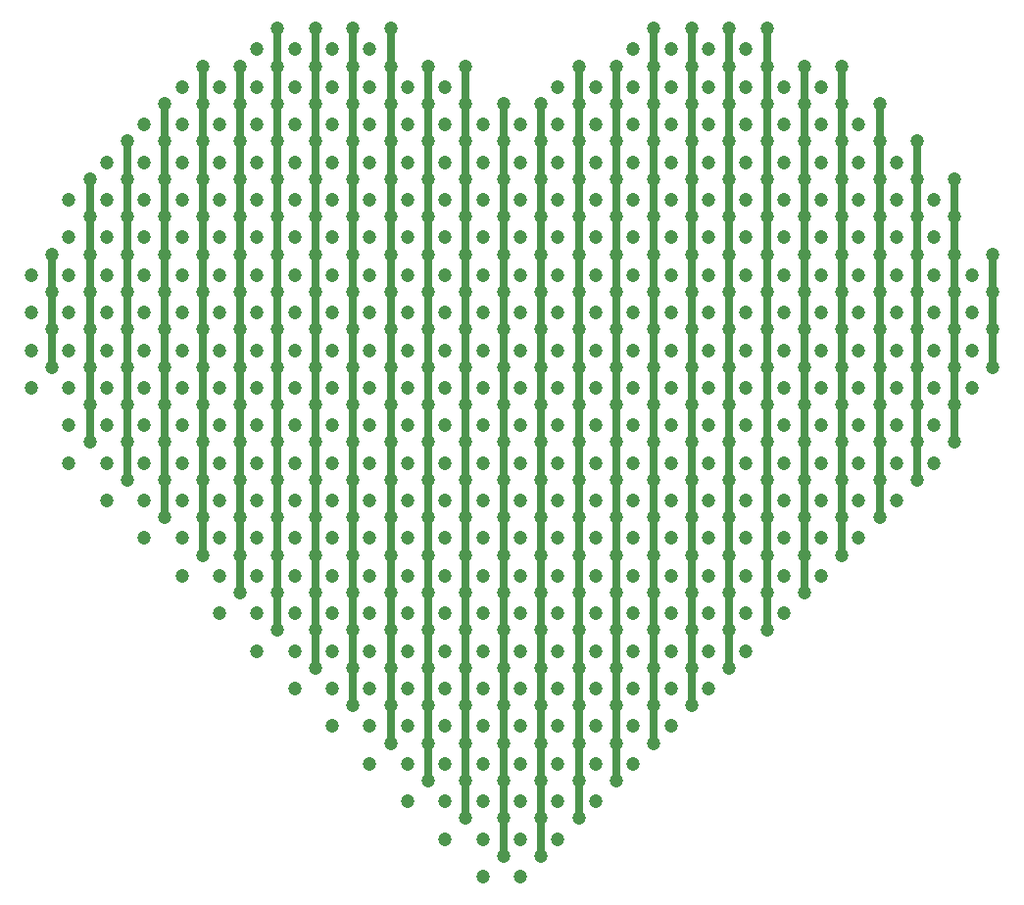
<source format=gtl>
G04 Layer_Physical_Order=1*
G04 Layer_Color=255*
%FSLAX44Y44*%
%MOMM*%
G71*
G01*
G75*
%ADD10C,0.7000*%
%ADD11C,1.2000*%
D10*
X2121480Y1471480D02*
Y1503980D01*
Y1536480D01*
Y1568980D01*
X2153980Y1503980D02*
Y1536480D01*
Y1568980D01*
Y1601480D01*
Y1633980D01*
X2186480Y1568980D02*
Y1601480D01*
Y1666480D01*
X2218980D02*
Y1698980D01*
Y1666480D02*
Y1633980D01*
Y1601480D01*
Y1568980D01*
Y1536480D01*
Y1503980D01*
Y1471480D01*
Y1438980D01*
Y1406480D01*
Y1373980D01*
Y1341480D01*
X2283980Y1276480D02*
Y1308980D01*
Y1341480D01*
Y1373980D01*
Y1406480D01*
Y1438980D01*
Y1471480D01*
Y1503980D01*
Y1536480D01*
Y1568980D01*
Y1601480D01*
Y1633980D01*
Y1666480D01*
Y1698980D01*
Y1731480D01*
X2251480D02*
Y1698980D01*
Y1666480D01*
Y1601480D01*
Y1568980D01*
Y1536480D01*
Y1503980D01*
Y1471480D01*
Y1438980D01*
Y1406480D01*
Y1373980D01*
Y1341480D01*
Y1308980D01*
X2316480Y1276480D02*
Y1308980D01*
Y1341480D01*
Y1373980D01*
Y1406480D01*
Y1438980D01*
Y1471480D01*
Y1503980D01*
Y1536480D01*
Y1568980D01*
Y1601480D01*
Y1633980D01*
Y1666480D01*
Y1698980D01*
Y1731480D01*
Y1763980D01*
X2348980D02*
Y1731480D01*
Y1698980D01*
Y1666480D01*
Y1601480D01*
Y1568980D01*
Y1536480D01*
Y1503980D01*
Y1471480D01*
Y1438980D01*
Y1406480D01*
Y1373980D01*
Y1341480D01*
Y1308980D01*
Y1276480D01*
Y1211480D01*
X2381480Y1178980D02*
Y1211480D01*
Y1243980D01*
Y1276480D01*
Y1308980D01*
Y1341480D01*
Y1373980D01*
Y1406480D01*
Y1438980D01*
Y1471480D01*
Y1503980D01*
Y1536480D01*
Y1568980D01*
Y1601480D01*
Y1633980D01*
Y1666480D01*
Y1698980D01*
Y1731480D01*
Y1763980D01*
X2413980D02*
Y1731480D01*
Y1698980D01*
Y1666480D01*
Y1633980D01*
Y1601480D01*
Y1568980D01*
Y1536480D01*
Y1503980D01*
Y1471480D01*
Y1438980D01*
Y1406480D01*
Y1373980D01*
Y1341480D01*
Y1308980D01*
Y1276480D01*
Y1211480D01*
Y1178980D01*
Y1146480D01*
X2446480Y1113980D02*
Y1146480D01*
Y1178980D01*
Y1211480D01*
Y1243980D01*
Y1276480D01*
Y1308980D01*
Y1341480D01*
Y1373980D01*
Y1406480D01*
Y1438980D01*
Y1471480D01*
Y1503980D01*
Y1536480D01*
Y1568980D01*
Y1601480D01*
Y1633980D01*
Y1666480D01*
Y1698980D01*
Y1731480D01*
X2478980Y1698980D02*
Y1731480D01*
Y1698980D02*
Y1666480D01*
Y1633980D01*
Y1601480D01*
Y1568980D01*
Y1536480D01*
Y1503980D01*
Y1471480D01*
Y1438980D01*
Y1406480D01*
Y1373980D01*
Y1341480D01*
Y1308980D01*
Y1276480D01*
Y1211480D01*
Y1178980D01*
Y1146480D01*
Y1113980D01*
Y1081480D01*
X2511480D02*
Y1113980D01*
Y1146480D01*
Y1178980D01*
Y1211480D01*
Y1243980D01*
Y1276480D01*
Y1308980D01*
Y1341480D01*
Y1373980D01*
Y1406480D01*
Y1438980D01*
Y1471480D01*
Y1503980D01*
Y1536480D01*
Y1568980D01*
Y1601480D01*
Y1633980D01*
Y1666480D01*
Y1698980D01*
X2543980Y1633980D02*
Y1666480D01*
Y1698980D01*
X2576480D02*
Y1731480D01*
Y1698980D02*
Y1666480D01*
Y1633980D01*
Y1601480D01*
Y1568980D01*
Y1536480D01*
Y1503980D01*
Y1471480D01*
Y1438980D01*
Y1406480D01*
Y1373980D01*
Y1341480D01*
Y1308980D01*
Y1276480D01*
Y1243980D01*
Y1211480D01*
Y1178980D01*
Y1146480D01*
Y1113980D01*
Y1081480D01*
X2543980D02*
Y1113980D01*
Y1146480D01*
Y1178980D01*
Y1211480D01*
Y1276480D01*
Y1308980D01*
Y1341480D01*
Y1373980D01*
Y1406480D01*
Y1438980D01*
Y1471480D01*
Y1503980D01*
Y1536480D01*
Y1568980D01*
Y1601480D01*
Y1633980D01*
X2608980Y1568980D02*
Y1601480D01*
Y1633980D01*
Y1666480D01*
Y1698980D01*
Y1731480D01*
X2641480D02*
Y1763980D01*
Y1731480D02*
Y1698980D01*
Y1666480D01*
Y1633980D01*
Y1601480D01*
Y1568980D01*
Y1536480D01*
Y1503980D01*
Y1471480D01*
Y1438980D01*
Y1406480D01*
Y1373980D01*
Y1341480D01*
Y1308980D01*
Y1276480D01*
Y1211480D01*
Y1178980D01*
Y1146480D01*
X2608980D02*
Y1178980D01*
Y1211480D01*
Y1243980D01*
Y1276480D01*
Y1308980D01*
Y1341480D01*
Y1373980D01*
Y1406480D01*
Y1438980D01*
Y1471480D01*
Y1503980D01*
Y1536480D01*
Y1568980D01*
X2673980Y1503980D02*
Y1536480D01*
Y1568980D01*
Y1601480D01*
Y1633980D01*
Y1666480D01*
Y1698980D01*
Y1731480D01*
Y1763980D01*
X2706480D02*
Y1731480D01*
Y1698980D01*
Y1666480D01*
Y1633980D01*
Y1601480D01*
Y1568980D01*
Y1536480D01*
Y1503980D01*
Y1471480D01*
Y1438980D01*
Y1406480D01*
Y1373980D01*
Y1341480D01*
Y1308980D01*
Y1276480D01*
Y1243980D01*
Y1211480D01*
X2673980D02*
Y1243980D01*
Y1276480D01*
Y1308980D01*
Y1341480D01*
Y1373980D01*
Y1406480D01*
Y1438980D01*
Y1471480D01*
Y1503980D01*
X2738980Y1471480D02*
Y1503980D01*
Y1536480D01*
Y1568980D01*
Y1601480D01*
Y1633980D01*
Y1666480D01*
Y1698980D01*
Y1731480D01*
Y1763980D01*
X2771480Y1731480D02*
Y1698980D01*
Y1666480D01*
Y1633980D01*
Y1601480D01*
Y1568980D01*
Y1536480D01*
Y1503980D01*
Y1471480D01*
Y1438980D01*
Y1406480D01*
Y1373980D01*
Y1341480D01*
Y1308980D01*
Y1276480D01*
X2738980D02*
Y1308980D01*
Y1341480D01*
Y1373980D01*
Y1406480D01*
Y1438980D01*
Y1471480D01*
X2803980Y1406480D02*
Y1438980D01*
Y1471480D01*
Y1503980D01*
Y1536480D01*
Y1568980D01*
Y1601480D01*
Y1633980D01*
Y1666480D01*
Y1698980D01*
Y1731480D01*
X2836480Y1698980D02*
Y1666480D01*
Y1633980D01*
Y1601480D01*
Y1568980D01*
Y1536480D01*
Y1503980D01*
Y1471480D01*
Y1438980D01*
Y1406480D01*
Y1373980D01*
Y1341480D01*
X2901480Y1406480D02*
Y1438980D01*
Y1471480D01*
Y1503980D01*
Y1536480D01*
Y1568980D01*
Y1601480D01*
Y1633980D01*
X2933980Y1568980D02*
Y1536480D01*
Y1503980D01*
Y1471480D01*
X2868980Y1503980D02*
Y1536480D01*
Y1568980D01*
Y1601480D01*
Y1633980D01*
Y1666480D01*
Y1503980D02*
Y1471480D01*
Y1438980D01*
Y1406480D01*
Y1373980D01*
X2803980D02*
Y1406480D01*
Y1373980D02*
Y1341480D01*
Y1308980D01*
X2738980Y1276480D02*
Y1243980D01*
X2673980Y1211480D02*
Y1178980D01*
X2608980Y1146480D02*
Y1113980D01*
X2543980Y1081480D02*
Y1048980D01*
X2511480Y1081480D02*
Y1048980D01*
X2316480Y1243980D02*
Y1276480D01*
X2186480Y1373980D02*
Y1406480D01*
Y1438980D01*
Y1471480D01*
Y1503980D01*
Y1536480D01*
Y1568980D01*
X2153980Y1503980D02*
Y1471480D01*
Y1438980D01*
Y1406480D01*
D11*
X2103520Y1453520D02*
D03*
X2121480Y1471480D02*
D03*
X2136020Y1388520D02*
D03*
X2168520D02*
D03*
X2153980Y1406480D02*
D03*
X2168520Y1356020D02*
D03*
X2233520Y1291020D02*
D03*
X2298520Y1226020D02*
D03*
X2331020D02*
D03*
X2331020Y1193520D02*
D03*
X2348980Y1211480D02*
D03*
X2363520Y1161020D02*
D03*
X2396020D02*
D03*
X2381480Y1178980D02*
D03*
X2413980D02*
D03*
Y1146480D02*
D03*
X2396020Y1128520D02*
D03*
X2428520Y1096020D02*
D03*
X2461020D02*
D03*
X2446480Y1113980D02*
D03*
X2461020Y1063520D02*
D03*
X2493520Y1031020D02*
D03*
X2526020D02*
D03*
X2511480Y1048980D02*
D03*
X2543980D02*
D03*
X2608980Y1113980D02*
D03*
X2656020Y1161020D02*
D03*
X2673980Y1178980D02*
D03*
X2721020Y1226020D02*
D03*
X2786020Y1291020D02*
D03*
X2836480Y1341480D02*
D03*
X2851020Y1356020D02*
D03*
X2901480Y1406480D02*
D03*
Y1438980D02*
D03*
X2916020Y1453520D02*
D03*
X2901480Y1471480D02*
D03*
X2933980D02*
D03*
X2916020Y1486020D02*
D03*
Y1518520D02*
D03*
X2901480Y1503980D02*
D03*
X2933980D02*
D03*
Y1536480D02*
D03*
X2916020Y1551020D02*
D03*
X2901480Y1536480D02*
D03*
Y1568980D02*
D03*
X2933980D02*
D03*
X2901480Y1601480D02*
D03*
Y1633980D02*
D03*
X2868980Y1666480D02*
D03*
X2836480D02*
D03*
Y1698980D02*
D03*
Y1633980D02*
D03*
X2851020Y1648520D02*
D03*
Y1616020D02*
D03*
X2836480Y1601480D02*
D03*
X2868980D02*
D03*
X2883520Y1616020D02*
D03*
X2868980Y1633980D02*
D03*
X2883520Y1583520D02*
D03*
X2868980Y1568980D02*
D03*
X2851020Y1583520D02*
D03*
X2836480Y1568980D02*
D03*
X2851020Y1551020D02*
D03*
X2836480Y1536480D02*
D03*
X2868980D02*
D03*
X2883520Y1551020D02*
D03*
Y1518520D02*
D03*
X2868980Y1503980D02*
D03*
X2883520Y1486020D02*
D03*
X2851020D02*
D03*
Y1518520D02*
D03*
X2836480Y1503980D02*
D03*
Y1471480D02*
D03*
X2851020Y1453520D02*
D03*
X2836480Y1438980D02*
D03*
X2851020Y1421020D02*
D03*
X2883520D02*
D03*
X2868980Y1438980D02*
D03*
X2883520Y1453520D02*
D03*
X2868980Y1471480D02*
D03*
Y1406480D02*
D03*
X2883520Y1388520D02*
D03*
X2868980Y1373980D02*
D03*
X2851020Y1388520D02*
D03*
X2836480Y1373980D02*
D03*
Y1406480D02*
D03*
X2818520Y1421020D02*
D03*
Y1453520D02*
D03*
X2803980Y1438980D02*
D03*
X2786020Y1453520D02*
D03*
Y1421020D02*
D03*
X2803980Y1471480D02*
D03*
Y1406480D02*
D03*
X2818520Y1388520D02*
D03*
X2803980Y1373980D02*
D03*
X2786020Y1388520D02*
D03*
Y1356020D02*
D03*
Y1323520D02*
D03*
X2818520D02*
D03*
X2803980Y1308980D02*
D03*
Y1341480D02*
D03*
X2818520Y1356020D02*
D03*
X2771480Y1373980D02*
D03*
X2753520Y1388520D02*
D03*
X2738980Y1373980D02*
D03*
X2721020Y1388520D02*
D03*
X2738980Y1406480D02*
D03*
X2771480D02*
D03*
Y1341480D02*
D03*
X2753520Y1356020D02*
D03*
X2738980Y1341480D02*
D03*
X2721020Y1356020D02*
D03*
Y1323520D02*
D03*
X2753520D02*
D03*
X2738980Y1308980D02*
D03*
X2771480D02*
D03*
Y1276480D02*
D03*
X2753520Y1291020D02*
D03*
X2738980Y1276480D02*
D03*
X2721020Y1291020D02*
D03*
Y1258520D02*
D03*
X2753520D02*
D03*
X2738980Y1243980D02*
D03*
X2706480Y1308980D02*
D03*
X2688520Y1323520D02*
D03*
X2673980Y1308980D02*
D03*
X2656020Y1323520D02*
D03*
Y1356020D02*
D03*
X2673980Y1341480D02*
D03*
X2688520Y1356020D02*
D03*
X2706480Y1341480D02*
D03*
Y1276480D02*
D03*
X2688520Y1291020D02*
D03*
X2673980Y1276480D02*
D03*
X2656020Y1291020D02*
D03*
Y1258520D02*
D03*
X2688520D02*
D03*
X2673980Y1243980D02*
D03*
X2706480D02*
D03*
Y1211480D02*
D03*
X2688520Y1226020D02*
D03*
X2673980Y1211480D02*
D03*
X2656020Y1226020D02*
D03*
Y1193520D02*
D03*
X2688520D02*
D03*
X2641480Y1243980D02*
D03*
X2623520Y1258520D02*
D03*
X2608980Y1243980D02*
D03*
Y1276480D02*
D03*
X2623520Y1291020D02*
D03*
X2641480Y1276480D02*
D03*
Y1211480D02*
D03*
X2608980D02*
D03*
X2623520Y1226020D02*
D03*
X2623520Y1193520D02*
D03*
X2608980Y1178980D02*
D03*
X2623520Y1161020D02*
D03*
X2608980Y1146480D02*
D03*
X2623520Y1128520D02*
D03*
X2641480Y1146480D02*
D03*
Y1178980D02*
D03*
X2591020Y1193520D02*
D03*
Y1226020D02*
D03*
X2576480Y1211480D02*
D03*
X2543980D02*
D03*
X2558520Y1226020D02*
D03*
Y1193520D02*
D03*
X2543980Y1178980D02*
D03*
X2558520Y1161020D02*
D03*
X2543980Y1146480D02*
D03*
X2558520Y1128520D02*
D03*
X2591020D02*
D03*
Y1161020D02*
D03*
X2576480Y1146480D02*
D03*
Y1178980D02*
D03*
Y1113980D02*
D03*
X2543980D02*
D03*
X2558520Y1096020D02*
D03*
X2543980Y1081480D02*
D03*
X2558520Y1063520D02*
D03*
X2576480Y1081480D02*
D03*
X2591020Y1096020D02*
D03*
X2526020Y1128520D02*
D03*
Y1161020D02*
D03*
X2511480Y1146480D02*
D03*
X2478980D02*
D03*
X2493520Y1161020D02*
D03*
X2478980Y1178980D02*
D03*
X2511480D02*
D03*
X2493520Y1128520D02*
D03*
X2478980Y1113980D02*
D03*
X2493520Y1096020D02*
D03*
X2478980Y1081480D02*
D03*
X2493520Y1063520D02*
D03*
X2526020D02*
D03*
Y1096020D02*
D03*
X2511480Y1081480D02*
D03*
Y1113980D02*
D03*
X2461020Y1128520D02*
D03*
Y1161020D02*
D03*
X2446480Y1146480D02*
D03*
X2428520Y1161020D02*
D03*
Y1128520D02*
D03*
X2446480Y1178980D02*
D03*
X2493520Y1193520D02*
D03*
X2478980Y1211480D02*
D03*
X2493520Y1226020D02*
D03*
X2526020D02*
D03*
X2511480Y1211480D02*
D03*
X2526020Y1193520D02*
D03*
X2543980Y1243980D02*
D03*
X2558520Y1258520D02*
D03*
Y1291020D02*
D03*
X2543980Y1276480D02*
D03*
X2576480D02*
D03*
X2591020Y1291020D02*
D03*
Y1258520D02*
D03*
X2576480Y1243980D02*
D03*
X2608980Y1308980D02*
D03*
X2623520Y1323520D02*
D03*
Y1356020D02*
D03*
X2608980Y1341480D02*
D03*
X2641480D02*
D03*
Y1308980D02*
D03*
X2656020Y1388520D02*
D03*
X2688520D02*
D03*
X2673980Y1373980D02*
D03*
Y1406480D02*
D03*
X2706480D02*
D03*
Y1373980D02*
D03*
X2721020Y1421020D02*
D03*
Y1453520D02*
D03*
X2753520D02*
D03*
X2738980Y1438980D02*
D03*
Y1471480D02*
D03*
X2771480D02*
D03*
Y1438980D02*
D03*
X2753520Y1421020D02*
D03*
X2786020Y1486020D02*
D03*
Y1518520D02*
D03*
X2818520D02*
D03*
X2803980Y1503980D02*
D03*
X2818520Y1486020D02*
D03*
Y1551020D02*
D03*
X2803980Y1536480D02*
D03*
X2786020Y1551020D02*
D03*
Y1583520D02*
D03*
X2803980Y1568980D02*
D03*
X2818520Y1583520D02*
D03*
Y1616020D02*
D03*
X2803980Y1601480D02*
D03*
X2786020Y1616020D02*
D03*
Y1648520D02*
D03*
X2803980Y1633980D02*
D03*
X2818520Y1648520D02*
D03*
Y1681020D02*
D03*
X2803980Y1666480D02*
D03*
X2786020Y1681020D02*
D03*
X2803980Y1698980D02*
D03*
X2786020Y1713520D02*
D03*
X2803980Y1731480D02*
D03*
X2771480D02*
D03*
X2738980D02*
D03*
X2721020Y1746020D02*
D03*
Y1713520D02*
D03*
X2753520D02*
D03*
X2738980Y1763980D02*
D03*
Y1698980D02*
D03*
X2753520Y1681020D02*
D03*
X2738980Y1666480D02*
D03*
X2721020Y1681020D02*
D03*
X2771480Y1666480D02*
D03*
Y1698980D02*
D03*
Y1633980D02*
D03*
X2753520Y1648520D02*
D03*
X2738980Y1633980D02*
D03*
X2721020Y1648520D02*
D03*
Y1616020D02*
D03*
X2753520D02*
D03*
X2738980Y1601480D02*
D03*
X2771480D02*
D03*
Y1568980D02*
D03*
X2753520Y1583520D02*
D03*
X2738980Y1568980D02*
D03*
X2721020Y1583520D02*
D03*
Y1551020D02*
D03*
X2753520D02*
D03*
X2738980Y1536480D02*
D03*
X2771480D02*
D03*
Y1503980D02*
D03*
X2753520Y1518520D02*
D03*
X2738980Y1503980D02*
D03*
X2721020Y1518520D02*
D03*
Y1486020D02*
D03*
X2753520D02*
D03*
X2706480Y1536480D02*
D03*
X2688520Y1551020D02*
D03*
X2673980Y1536480D02*
D03*
X2656020Y1551020D02*
D03*
Y1583520D02*
D03*
X2673980Y1568980D02*
D03*
X2688520Y1583520D02*
D03*
X2706480Y1568980D02*
D03*
Y1503980D02*
D03*
X2688520Y1518520D02*
D03*
X2673980Y1503980D02*
D03*
X2656020Y1518520D02*
D03*
Y1486020D02*
D03*
X2688520D02*
D03*
X2673980Y1471480D02*
D03*
X2688520Y1453520D02*
D03*
X2673980Y1438980D02*
D03*
X2656020Y1453520D02*
D03*
Y1421020D02*
D03*
X2688520D02*
D03*
X2706480Y1438980D02*
D03*
Y1471480D02*
D03*
X2623520Y1486020D02*
D03*
Y1518520D02*
D03*
X2608980Y1503980D02*
D03*
X2641480D02*
D03*
Y1471480D02*
D03*
X2608980D02*
D03*
X2623520Y1453520D02*
D03*
X2608980Y1438980D02*
D03*
X2623520Y1421020D02*
D03*
X2641480Y1438980D02*
D03*
Y1406480D02*
D03*
X2608980D02*
D03*
X2623520Y1388520D02*
D03*
X2608980Y1373980D02*
D03*
X2641480D02*
D03*
X2591020Y1421020D02*
D03*
Y1453520D02*
D03*
X2576480Y1438980D02*
D03*
X2543980D02*
D03*
X2558520Y1453520D02*
D03*
X2543980Y1471480D02*
D03*
X2576480D02*
D03*
X2558520Y1421020D02*
D03*
X2543980Y1406480D02*
D03*
X2558520Y1388520D02*
D03*
X2543980Y1373980D02*
D03*
X2576480D02*
D03*
X2591020Y1388520D02*
D03*
X2576480Y1406480D02*
D03*
Y1341480D02*
D03*
X2591020Y1356020D02*
D03*
Y1323520D02*
D03*
X2576480Y1308980D02*
D03*
X2543980D02*
D03*
X2558520Y1323520D02*
D03*
Y1356020D02*
D03*
X2543980Y1341480D02*
D03*
X2526020Y1388520D02*
D03*
X2511480Y1373980D02*
D03*
X2478980D02*
D03*
X2493520Y1388520D02*
D03*
X2478980Y1406480D02*
D03*
X2511480D02*
D03*
Y1341480D02*
D03*
X2526020Y1356020D02*
D03*
Y1323520D02*
D03*
X2511480Y1308980D02*
D03*
X2478980D02*
D03*
X2493520Y1323520D02*
D03*
Y1356020D02*
D03*
X2478980Y1341480D02*
D03*
X2493520Y1291020D02*
D03*
X2478980Y1276480D02*
D03*
X2493520Y1258520D02*
D03*
X2478980Y1243980D02*
D03*
X2511480D02*
D03*
X2526020Y1258520D02*
D03*
Y1291020D02*
D03*
X2511480Y1276480D02*
D03*
X2461020Y1323520D02*
D03*
X2446480Y1308980D02*
D03*
X2428520Y1323520D02*
D03*
Y1356020D02*
D03*
X2446480Y1341480D02*
D03*
X2461020Y1356020D02*
D03*
Y1291020D02*
D03*
X2446480Y1276480D02*
D03*
X2428520Y1291020D02*
D03*
Y1258520D02*
D03*
X2461020D02*
D03*
X2446480Y1243980D02*
D03*
X2461020Y1226020D02*
D03*
X2446480Y1211480D02*
D03*
X2428520Y1226020D02*
D03*
Y1193520D02*
D03*
X2461020D02*
D03*
X2413980Y1243980D02*
D03*
X2396020Y1258520D02*
D03*
X2381480Y1243980D02*
D03*
X2363520Y1258520D02*
D03*
Y1291020D02*
D03*
X2381480Y1276480D02*
D03*
X2396020Y1291020D02*
D03*
X2413980Y1276480D02*
D03*
Y1211480D02*
D03*
X2381480D02*
D03*
X2396020Y1226020D02*
D03*
X2363520D02*
D03*
Y1193520D02*
D03*
X2396020D02*
D03*
X2348980Y1243980D02*
D03*
X2331020Y1258520D02*
D03*
X2316480Y1243980D02*
D03*
Y1276480D02*
D03*
X2331020Y1291020D02*
D03*
X2348980Y1276480D02*
D03*
X2363520Y1323520D02*
D03*
Y1356020D02*
D03*
X2381480Y1341480D02*
D03*
X2396020Y1356020D02*
D03*
Y1323520D02*
D03*
X2381480Y1308980D02*
D03*
X2413980D02*
D03*
Y1341480D02*
D03*
X2428520Y1388520D02*
D03*
X2461020D02*
D03*
X2446480Y1373980D02*
D03*
Y1406480D02*
D03*
X2493520Y1421020D02*
D03*
X2478980Y1438980D02*
D03*
X2493520Y1453520D02*
D03*
X2478980Y1471480D02*
D03*
X2511480D02*
D03*
X2526020Y1453520D02*
D03*
X2511480Y1438980D02*
D03*
X2526020Y1421020D02*
D03*
X2558520Y1486020D02*
D03*
X2543980Y1503980D02*
D03*
X2558520Y1518520D02*
D03*
X2591020D02*
D03*
X2576480Y1503980D02*
D03*
X2591020Y1486020D02*
D03*
X2608980Y1536480D02*
D03*
X2623520Y1551020D02*
D03*
Y1583520D02*
D03*
X2608980Y1568980D02*
D03*
X2641480D02*
D03*
Y1536480D02*
D03*
X2656020Y1616020D02*
D03*
Y1648520D02*
D03*
X2673980Y1633980D02*
D03*
X2688520Y1648520D02*
D03*
Y1616020D02*
D03*
X2673980Y1601480D02*
D03*
X2706480D02*
D03*
Y1633980D02*
D03*
Y1666480D02*
D03*
X2688520Y1681020D02*
D03*
X2673980Y1666480D02*
D03*
X2656020Y1681020D02*
D03*
X2673980Y1698980D02*
D03*
X2706480D02*
D03*
X2688520Y1713520D02*
D03*
Y1746020D02*
D03*
X2673980Y1731480D02*
D03*
X2656020Y1746020D02*
D03*
Y1713520D02*
D03*
X2673980Y1763980D02*
D03*
X2706480D02*
D03*
Y1731480D02*
D03*
X2641480D02*
D03*
X2623520Y1746020D02*
D03*
X2608980Y1731480D02*
D03*
X2623520Y1713520D02*
D03*
X2641480Y1763980D02*
D03*
Y1698980D02*
D03*
X2608980D02*
D03*
X2623520Y1681020D02*
D03*
X2608980Y1666480D02*
D03*
X2641480D02*
D03*
Y1633980D02*
D03*
X2623520Y1648520D02*
D03*
X2608980Y1633980D02*
D03*
X2623520Y1616020D02*
D03*
X2608980Y1601480D02*
D03*
X2641480D02*
D03*
X2591020Y1681020D02*
D03*
X2576480Y1666480D02*
D03*
X2543980D02*
D03*
X2558520Y1681020D02*
D03*
X2543980Y1698980D02*
D03*
X2576480D02*
D03*
Y1633980D02*
D03*
X2591020Y1648520D02*
D03*
Y1616020D02*
D03*
X2576480Y1601480D02*
D03*
X2543980D02*
D03*
X2558520Y1616020D02*
D03*
Y1648520D02*
D03*
X2543980Y1633980D02*
D03*
X2558520Y1583520D02*
D03*
X2543980Y1568980D02*
D03*
X2558520Y1551020D02*
D03*
X2543980Y1536480D02*
D03*
X2576480D02*
D03*
X2591020Y1551020D02*
D03*
Y1583520D02*
D03*
X2576480Y1568980D02*
D03*
X2526020Y1616020D02*
D03*
X2511480Y1601480D02*
D03*
X2478980D02*
D03*
X2493520Y1616020D02*
D03*
Y1648520D02*
D03*
X2478980Y1633980D02*
D03*
X2511480D02*
D03*
X2526020Y1648520D02*
D03*
Y1583520D02*
D03*
X2511480Y1568980D02*
D03*
X2493520Y1583520D02*
D03*
X2478980Y1568980D02*
D03*
X2493520Y1551020D02*
D03*
X2478980Y1536480D02*
D03*
X2511480D02*
D03*
X2526020Y1551020D02*
D03*
Y1518520D02*
D03*
X2511480Y1503980D02*
D03*
X2478980D02*
D03*
X2493520Y1518520D02*
D03*
Y1486020D02*
D03*
X2526020D02*
D03*
X2461020Y1551020D02*
D03*
X2446480Y1536480D02*
D03*
X2428520Y1551020D02*
D03*
Y1583520D02*
D03*
X2446480Y1568980D02*
D03*
X2461020Y1583520D02*
D03*
Y1518520D02*
D03*
X2446480Y1503980D02*
D03*
X2428520Y1518520D02*
D03*
Y1486020D02*
D03*
X2461020D02*
D03*
X2446480Y1471480D02*
D03*
X2461020Y1453520D02*
D03*
X2446480Y1438980D02*
D03*
X2428520Y1453520D02*
D03*
Y1421020D02*
D03*
X2461020D02*
D03*
X2396020Y1486020D02*
D03*
Y1518520D02*
D03*
X2381480Y1503980D02*
D03*
X2363520Y1518520D02*
D03*
Y1486020D02*
D03*
X2413980Y1503980D02*
D03*
Y1471480D02*
D03*
X2381480D02*
D03*
X2396020Y1453520D02*
D03*
X2381480Y1438980D02*
D03*
X2363520Y1453520D02*
D03*
Y1421020D02*
D03*
X2396020D02*
D03*
X2413980Y1438980D02*
D03*
Y1406480D02*
D03*
X2381480D02*
D03*
X2396020Y1388520D02*
D03*
X2381480Y1373980D02*
D03*
X2363520Y1388520D02*
D03*
X2413980Y1373980D02*
D03*
X2331020Y1421020D02*
D03*
Y1453520D02*
D03*
X2316480Y1438980D02*
D03*
Y1471480D02*
D03*
X2348980D02*
D03*
Y1438980D02*
D03*
Y1406480D02*
D03*
X2316480D02*
D03*
X2331020Y1388520D02*
D03*
X2316480Y1373980D02*
D03*
X2348980D02*
D03*
Y1341480D02*
D03*
X2331020Y1356020D02*
D03*
X2316480Y1341480D02*
D03*
X2331020Y1323520D02*
D03*
X2316480Y1308980D02*
D03*
X2348980D02*
D03*
X2298520Y1388520D02*
D03*
X2283980Y1373980D02*
D03*
X2251480D02*
D03*
X2266020Y1388520D02*
D03*
X2251480Y1406480D02*
D03*
X2283980D02*
D03*
Y1341480D02*
D03*
X2298520Y1356020D02*
D03*
Y1323520D02*
D03*
X2283980Y1308980D02*
D03*
X2251480D02*
D03*
X2266020Y1323520D02*
D03*
Y1356020D02*
D03*
X2251480Y1341480D02*
D03*
X2266020Y1291020D02*
D03*
Y1258520D02*
D03*
X2298520D02*
D03*
Y1291020D02*
D03*
X2283980Y1276480D02*
D03*
X2233520Y1323520D02*
D03*
Y1356020D02*
D03*
X2218980Y1341480D02*
D03*
X2201020Y1356020D02*
D03*
Y1323520D02*
D03*
X2186480Y1373980D02*
D03*
X2201020Y1388520D02*
D03*
X2186480Y1406480D02*
D03*
X2218980D02*
D03*
X2233520Y1388520D02*
D03*
X2218980Y1373980D02*
D03*
X2266020Y1421020D02*
D03*
X2251480Y1438980D02*
D03*
X2266020Y1453520D02*
D03*
X2251480Y1471480D02*
D03*
X2283980D02*
D03*
X2298520Y1453520D02*
D03*
X2283980Y1438980D02*
D03*
X2298520Y1421020D02*
D03*
X2331020Y1486020D02*
D03*
Y1518520D02*
D03*
X2316480Y1503980D02*
D03*
X2348980D02*
D03*
X2363520Y1551020D02*
D03*
Y1583520D02*
D03*
X2381480Y1568980D02*
D03*
X2396020Y1583520D02*
D03*
Y1551020D02*
D03*
X2381480Y1536480D02*
D03*
X2413980D02*
D03*
Y1568980D02*
D03*
X2428520Y1616020D02*
D03*
Y1648520D02*
D03*
X2446480Y1633980D02*
D03*
X2461020Y1648520D02*
D03*
Y1616020D02*
D03*
X2446480Y1601480D02*
D03*
X2478980Y1666480D02*
D03*
X2493520Y1681020D02*
D03*
X2478980Y1698980D02*
D03*
X2511480D02*
D03*
X2526020Y1681020D02*
D03*
X2511480Y1666480D02*
D03*
X2558520Y1713520D02*
D03*
X2591020D02*
D03*
X2576480Y1731480D02*
D03*
X2478980D02*
D03*
X2446480D02*
D03*
X2461020Y1713520D02*
D03*
X2428520D02*
D03*
Y1681020D02*
D03*
X2461020D02*
D03*
X2446480Y1666480D02*
D03*
Y1698980D02*
D03*
X2396020Y1713520D02*
D03*
Y1746020D02*
D03*
X2381480Y1731480D02*
D03*
X2363520Y1746020D02*
D03*
Y1713520D02*
D03*
X2381480Y1763980D02*
D03*
X2413980D02*
D03*
Y1731480D02*
D03*
Y1698980D02*
D03*
X2381480D02*
D03*
X2396020Y1681020D02*
D03*
X2381480Y1666480D02*
D03*
X2363520Y1681020D02*
D03*
X2413980Y1666480D02*
D03*
Y1633980D02*
D03*
X2396020Y1648520D02*
D03*
X2381480Y1633980D02*
D03*
X2363520Y1648520D02*
D03*
Y1616020D02*
D03*
X2396020D02*
D03*
X2381480Y1601480D02*
D03*
X2413980D02*
D03*
X2348980Y1666480D02*
D03*
X2331020Y1681020D02*
D03*
X2316480Y1666480D02*
D03*
Y1698980D02*
D03*
X2348980D02*
D03*
X2348980Y1633980D02*
D03*
X2331020Y1648520D02*
D03*
X2316480Y1633980D02*
D03*
X2331020Y1616020D02*
D03*
X2316480Y1601480D02*
D03*
X2348980D02*
D03*
Y1568980D02*
D03*
X2331020Y1583520D02*
D03*
X2316480Y1568980D02*
D03*
X2331020Y1551020D02*
D03*
X2316480Y1536480D02*
D03*
X2348980D02*
D03*
X2298520Y1616020D02*
D03*
X2283980Y1601480D02*
D03*
X2251480D02*
D03*
X2266020Y1616020D02*
D03*
Y1648520D02*
D03*
X2251480Y1633980D02*
D03*
X2283980D02*
D03*
X2298520Y1648520D02*
D03*
Y1583520D02*
D03*
X2283980Y1568980D02*
D03*
X2266020Y1583520D02*
D03*
X2251480Y1568980D02*
D03*
X2266020Y1551020D02*
D03*
X2251480Y1536480D02*
D03*
X2283980D02*
D03*
X2298520Y1551020D02*
D03*
Y1518520D02*
D03*
X2283980Y1503980D02*
D03*
X2251480D02*
D03*
X2266020Y1518520D02*
D03*
Y1486020D02*
D03*
X2298520D02*
D03*
X2233520Y1551020D02*
D03*
X2218980Y1536480D02*
D03*
X2186480D02*
D03*
X2201020Y1551020D02*
D03*
Y1583520D02*
D03*
X2186480Y1568980D02*
D03*
X2218980D02*
D03*
X2233520Y1583520D02*
D03*
Y1518520D02*
D03*
X2218980Y1503980D02*
D03*
X2186480D02*
D03*
X2201020Y1518520D02*
D03*
Y1486020D02*
D03*
X2233520D02*
D03*
X2218980Y1471480D02*
D03*
X2186480D02*
D03*
X2201020Y1453520D02*
D03*
X2186480Y1438980D02*
D03*
X2201020Y1421020D02*
D03*
X2233520D02*
D03*
Y1453520D02*
D03*
X2218980Y1438980D02*
D03*
X2168520Y1486020D02*
D03*
Y1518520D02*
D03*
X2153980Y1503980D02*
D03*
X2136020Y1518520D02*
D03*
Y1486020D02*
D03*
Y1453520D02*
D03*
X2168520D02*
D03*
X2153980Y1438980D02*
D03*
Y1471480D02*
D03*
X2168520Y1421020D02*
D03*
X2136020D02*
D03*
X2103520Y1486020D02*
D03*
Y1518520D02*
D03*
X2121480Y1503980D02*
D03*
X2136020Y1551020D02*
D03*
Y1583520D02*
D03*
X2153980Y1568980D02*
D03*
X2168520Y1583520D02*
D03*
Y1551020D02*
D03*
X2153980Y1536480D02*
D03*
X2186480Y1601480D02*
D03*
X2201020Y1616020D02*
D03*
Y1648520D02*
D03*
X2186480Y1633980D02*
D03*
X2218980D02*
D03*
X2233520Y1648520D02*
D03*
X2233520Y1616020D02*
D03*
X2218980Y1601480D02*
D03*
X2251480Y1666480D02*
D03*
X2266020Y1681020D02*
D03*
X2251480Y1698980D02*
D03*
X2283980D02*
D03*
X2298520Y1681020D02*
D03*
X2283980Y1666480D02*
D03*
X2331020Y1713520D02*
D03*
Y1746020D02*
D03*
X2316480Y1731480D02*
D03*
Y1763980D02*
D03*
X2348980D02*
D03*
Y1731480D02*
D03*
X2298520Y1746020D02*
D03*
X2283980Y1731480D02*
D03*
X2251480D02*
D03*
X2266020Y1713520D02*
D03*
X2298520D02*
D03*
X2233520D02*
D03*
X2218980Y1698980D02*
D03*
X2233520Y1681020D02*
D03*
X2218980Y1666480D02*
D03*
X2186480D02*
D03*
X2201020Y1681020D02*
D03*
X2168520Y1648520D02*
D03*
X2153980Y1633980D02*
D03*
X2168520Y1616020D02*
D03*
X2153980Y1601480D02*
D03*
X2136020Y1616020D02*
D03*
X2121480Y1568980D02*
D03*
Y1536480D02*
D03*
X2103520Y1551020D02*
D03*
M02*

</source>
